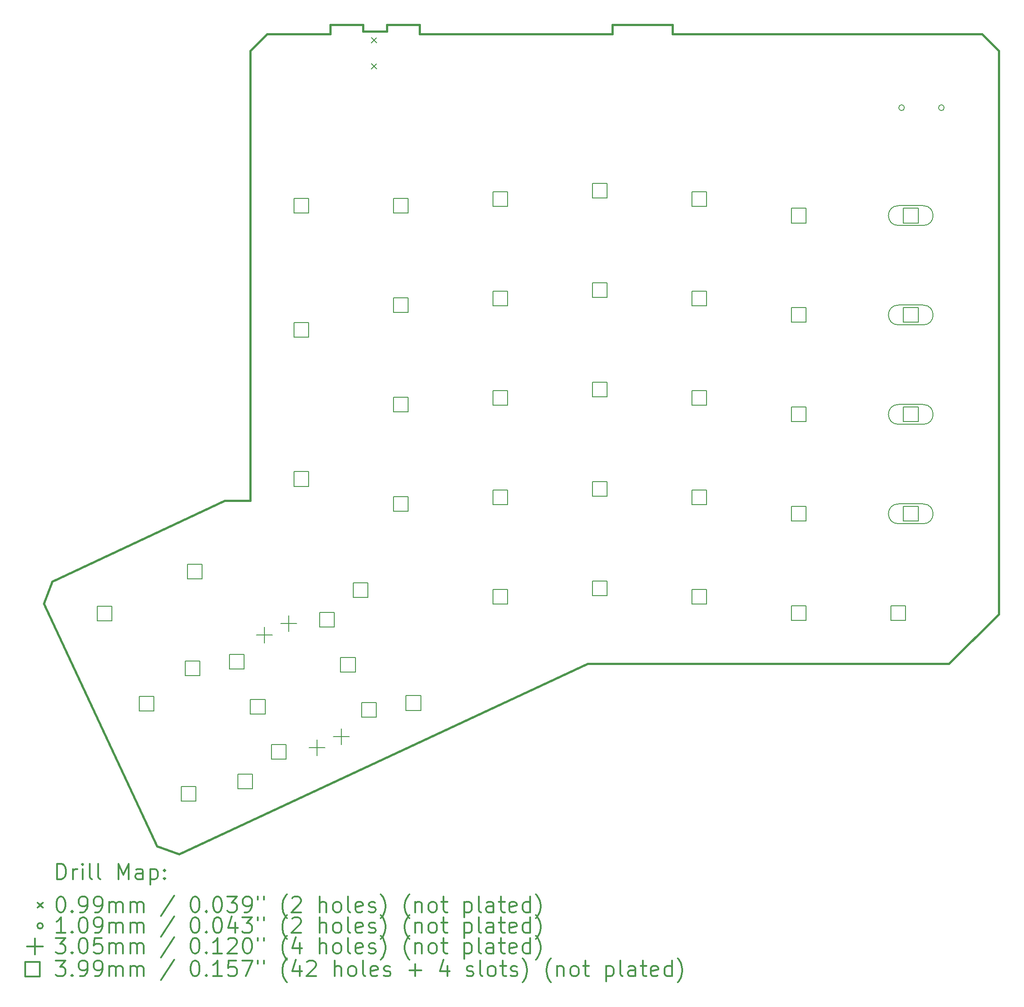
<source format=gbr>
%FSLAX45Y45*%
G04 Gerber Fmt 4.5, Leading zero omitted, Abs format (unit mm)*
G04 Created by KiCad (PCBNEW 4.0.6) date 04/09/17 10:00:21*
%MOMM*%
%LPD*%
G01*
G04 APERTURE LIST*
%ADD10C,0.127000*%
%ADD11C,0.381000*%
%ADD12C,0.200000*%
%ADD13C,0.300000*%
G04 APERTURE END LIST*
D10*
D11*
X12715240Y-15290800D02*
X19639280Y-15290800D01*
X19639280Y-15290800D02*
X20591780Y-14338300D01*
X20591780Y-14338300D02*
X20591780Y-3543300D01*
X20591780Y-3543300D02*
X20274280Y-3225800D01*
X20274280Y-3225800D02*
X14340840Y-3225800D01*
X14340840Y-3225800D02*
X14340840Y-3048000D01*
X14340840Y-3048000D02*
X13190220Y-3048000D01*
X13190220Y-3048000D02*
X13190220Y-3225800D01*
X13190220Y-3225800D02*
X9504680Y-3225800D01*
X9504680Y-3225800D02*
X9504680Y-3048000D01*
X9504680Y-3048000D02*
X8870950Y-3048000D01*
X8870950Y-3048000D02*
X8870950Y-3175000D01*
X8870950Y-3175000D02*
X8421370Y-3175000D01*
X8421370Y-3175000D02*
X8421370Y-3048000D01*
X8421370Y-3048000D02*
X7787640Y-3048000D01*
X7787640Y-3048000D02*
X7787640Y-3225800D01*
X7787640Y-3225800D02*
X6581140Y-3225800D01*
X6581140Y-3225800D02*
X6261100Y-3543300D01*
X6261100Y-3543300D02*
X6261100Y-12166600D01*
X6261100Y-12166600D02*
X5770880Y-12166600D01*
X5770880Y-12166600D02*
X2461768Y-13709650D01*
X2461768Y-13709650D02*
X2308098Y-14131544D01*
X2308098Y-14131544D02*
X4476496Y-18781776D01*
X4476496Y-18781776D02*
X4898390Y-18935192D01*
X4898390Y-18935192D02*
X12715240Y-15290800D01*
D12*
X8581390Y-3288030D02*
X8680450Y-3387090D01*
X8680450Y-3288030D02*
X8581390Y-3387090D01*
X8581390Y-3788410D02*
X8680450Y-3887470D01*
X8680450Y-3788410D02*
X8581390Y-3887470D01*
X18785610Y-4633000D02*
G75*
G03X18785610Y-4633000I-54610J0D01*
G01*
X19547610Y-4633000D02*
G75*
G03X19547610Y-4633000I-54610J0D01*
G01*
X6532382Y-14582179D02*
X6532382Y-14886979D01*
X6379982Y-14734579D02*
X6684782Y-14734579D01*
X6992708Y-14367397D02*
X6992708Y-14672197D01*
X6840308Y-14519797D02*
X7145108Y-14519797D01*
X7541426Y-16746079D02*
X7541426Y-17050879D01*
X7389026Y-16898479D02*
X7693826Y-16898479D01*
X8001752Y-16531297D02*
X8001752Y-16836097D01*
X7849352Y-16683697D02*
X8154152Y-16683697D01*
X3610885Y-14467861D02*
X3610885Y-14185879D01*
X3328903Y-14185879D01*
X3328903Y-14467861D01*
X3610885Y-14467861D01*
X4415811Y-16194299D02*
X4415811Y-15912317D01*
X4133829Y-15912317D01*
X4133829Y-16194299D01*
X4415811Y-16194299D01*
X5220991Y-17920991D02*
X5220991Y-17639009D01*
X4939009Y-17639009D01*
X4939009Y-17920991D01*
X5220991Y-17920991D01*
X5292161Y-15519640D02*
X5292161Y-15237658D01*
X5010178Y-15237658D01*
X5010178Y-15519640D01*
X5292161Y-15519640D01*
X5337323Y-13662935D02*
X5337323Y-13380953D01*
X5055341Y-13380953D01*
X5055341Y-13662935D01*
X5337323Y-13662935D01*
X6142503Y-15389373D02*
X6142503Y-15107391D01*
X5860521Y-15107391D01*
X5860521Y-15389373D01*
X6142503Y-15389373D01*
X6301204Y-17683541D02*
X6301204Y-17401558D01*
X6019221Y-17401558D01*
X6019221Y-17683541D01*
X6301204Y-17683541D01*
X6544839Y-16252719D02*
X6544839Y-15970737D01*
X6262857Y-15970737D01*
X6262857Y-16252719D01*
X6544839Y-16252719D01*
X6947429Y-17115811D02*
X6947429Y-16833829D01*
X6665447Y-16833829D01*
X6665447Y-17115811D01*
X6947429Y-17115811D01*
X7379991Y-6651011D02*
X7379991Y-6369029D01*
X7098009Y-6369029D01*
X7098009Y-6651011D01*
X7379991Y-6651011D01*
X7379991Y-9032007D02*
X7379991Y-8750025D01*
X7098009Y-8750025D01*
X7098009Y-9032007D01*
X7379991Y-9032007D01*
X7379991Y-11889507D02*
X7379991Y-11607525D01*
X7098009Y-11607525D01*
X7098009Y-11889507D01*
X7379991Y-11889507D01*
X7868941Y-14584193D02*
X7868941Y-14302211D01*
X7586959Y-14302211D01*
X7586959Y-14584193D01*
X7868941Y-14584193D01*
X8271277Y-15447539D02*
X8271277Y-15165557D01*
X7989295Y-15165557D01*
X7989295Y-15447539D01*
X8271277Y-15447539D01*
X8514913Y-14016718D02*
X8514913Y-13734735D01*
X8232930Y-13734735D01*
X8232930Y-14016718D01*
X8514913Y-14016718D01*
X8674121Y-16310885D02*
X8674121Y-16028903D01*
X8392139Y-16028903D01*
X8392139Y-16310885D01*
X8674121Y-16310885D01*
X9284991Y-6651011D02*
X9284991Y-6369029D01*
X9003009Y-6369029D01*
X9003009Y-6651011D01*
X9284991Y-6651011D01*
X9284991Y-8555757D02*
X9284991Y-8273775D01*
X9003009Y-8273775D01*
X9003009Y-8555757D01*
X9284991Y-8555757D01*
X9284991Y-10460757D02*
X9284991Y-10178775D01*
X9003009Y-10178775D01*
X9003009Y-10460757D01*
X9284991Y-10460757D01*
X9284991Y-12365757D02*
X9284991Y-12083775D01*
X9003009Y-12083775D01*
X9003009Y-12365757D01*
X9284991Y-12365757D01*
X9523956Y-16180618D02*
X9523956Y-15898635D01*
X9241973Y-15898635D01*
X9241973Y-16180618D01*
X9523956Y-16180618D01*
X11189991Y-6523757D02*
X11189991Y-6241775D01*
X10908009Y-6241775D01*
X10908009Y-6523757D01*
X11189991Y-6523757D01*
X11189991Y-8428757D02*
X11189991Y-8146775D01*
X10908009Y-8146775D01*
X10908009Y-8428757D01*
X11189991Y-8428757D01*
X11189991Y-10333757D02*
X11189991Y-10051775D01*
X10908009Y-10051775D01*
X10908009Y-10333757D01*
X11189991Y-10333757D01*
X11189991Y-12238757D02*
X11189991Y-11956775D01*
X10908009Y-11956775D01*
X10908009Y-12238757D01*
X11189991Y-12238757D01*
X11189991Y-14143757D02*
X11189991Y-13861775D01*
X10908009Y-13861775D01*
X10908009Y-14143757D01*
X11189991Y-14143757D01*
X13094991Y-6363991D02*
X13094991Y-6082009D01*
X12813009Y-6082009D01*
X12813009Y-6363991D01*
X13094991Y-6363991D01*
X13094991Y-8268991D02*
X13094991Y-7987009D01*
X12813009Y-7987009D01*
X12813009Y-8268991D01*
X13094991Y-8268991D01*
X13094991Y-10173991D02*
X13094991Y-9892009D01*
X12813009Y-9892009D01*
X12813009Y-10173991D01*
X13094991Y-10173991D01*
X13094991Y-12078991D02*
X13094991Y-11797009D01*
X12813009Y-11797009D01*
X12813009Y-12078991D01*
X13094991Y-12078991D01*
X13094991Y-13983991D02*
X13094991Y-13702009D01*
X12813009Y-13702009D01*
X12813009Y-13983991D01*
X13094991Y-13983991D01*
X14999991Y-6523757D02*
X14999991Y-6241775D01*
X14718009Y-6241775D01*
X14718009Y-6523757D01*
X14999991Y-6523757D01*
X14999991Y-8428757D02*
X14999991Y-8146775D01*
X14718009Y-8146775D01*
X14718009Y-8428757D01*
X14999991Y-8428757D01*
X14999991Y-10333757D02*
X14999991Y-10051775D01*
X14718009Y-10051775D01*
X14718009Y-10333757D01*
X14999991Y-10333757D01*
X14999991Y-12238757D02*
X14999991Y-11956775D01*
X14718009Y-11956775D01*
X14718009Y-12238757D01*
X14999991Y-12238757D01*
X14999991Y-14143757D02*
X14999991Y-13861775D01*
X14718009Y-13861775D01*
X14718009Y-14143757D01*
X14999991Y-14143757D01*
X16904991Y-6841511D02*
X16904991Y-6559529D01*
X16623009Y-6559529D01*
X16623009Y-6841511D01*
X16904991Y-6841511D01*
X16904991Y-8746257D02*
X16904991Y-8464275D01*
X16623009Y-8464275D01*
X16623009Y-8746257D01*
X16904991Y-8746257D01*
X16904991Y-10651257D02*
X16904991Y-10369275D01*
X16623009Y-10369275D01*
X16623009Y-10651257D01*
X16904991Y-10651257D01*
X16904991Y-12556257D02*
X16904991Y-12274275D01*
X16623009Y-12274275D01*
X16623009Y-12556257D01*
X16904991Y-12556257D01*
X16904991Y-14461257D02*
X16904991Y-14179275D01*
X16623009Y-14179275D01*
X16623009Y-14461257D01*
X16904991Y-14461257D01*
X18809991Y-14461257D02*
X18809991Y-14179275D01*
X18528009Y-14179275D01*
X18528009Y-14461257D01*
X18809991Y-14461257D01*
X19047989Y-6841511D02*
X19047989Y-6559529D01*
X18766007Y-6559529D01*
X18766007Y-6841511D01*
X19047989Y-6841511D01*
X18668873Y-6889910D02*
X19145123Y-6889910D01*
X18668873Y-6511130D02*
X19145123Y-6511130D01*
X19145123Y-6889910D02*
G75*
G03X19145123Y-6511130I0J189390D01*
G01*
X18668873Y-6511130D02*
G75*
G03X18668873Y-6889910I0J-189390D01*
G01*
X19047989Y-8746257D02*
X19047989Y-8464275D01*
X18766007Y-8464275D01*
X18766007Y-8746257D01*
X19047989Y-8746257D01*
X18668873Y-8794656D02*
X19145123Y-8794656D01*
X18668873Y-8415876D02*
X19145123Y-8415876D01*
X19145123Y-8794656D02*
G75*
G03X19145123Y-8415876I0J189390D01*
G01*
X18668873Y-8415876D02*
G75*
G03X18668873Y-8794656I0J-189390D01*
G01*
X19047989Y-10651257D02*
X19047989Y-10369275D01*
X18766007Y-10369275D01*
X18766007Y-10651257D01*
X19047989Y-10651257D01*
X18668873Y-10699656D02*
X19145123Y-10699656D01*
X18668873Y-10320876D02*
X19145123Y-10320876D01*
X19145123Y-10699656D02*
G75*
G03X19145123Y-10320876I0J189390D01*
G01*
X18668873Y-10320876D02*
G75*
G03X18668873Y-10699656I0J-189390D01*
G01*
X19047989Y-12556257D02*
X19047989Y-12274275D01*
X18766007Y-12274275D01*
X18766007Y-12556257D01*
X19047989Y-12556257D01*
X18668873Y-12604656D02*
X19145123Y-12604656D01*
X18668873Y-12225876D02*
X19145123Y-12225876D01*
X19145123Y-12604656D02*
G75*
G03X19145123Y-12225876I0J189390D01*
G01*
X18668873Y-12225876D02*
G75*
G03X18668873Y-12604656I0J-189390D01*
G01*
D13*
X2560477Y-19419956D02*
X2560477Y-19119956D01*
X2631905Y-19119956D01*
X2674762Y-19134242D01*
X2703334Y-19162814D01*
X2717619Y-19191385D01*
X2731905Y-19248528D01*
X2731905Y-19291385D01*
X2717619Y-19348528D01*
X2703334Y-19377099D01*
X2674762Y-19405671D01*
X2631905Y-19419956D01*
X2560477Y-19419956D01*
X2860476Y-19419956D02*
X2860476Y-19219956D01*
X2860476Y-19277099D02*
X2874762Y-19248528D01*
X2889048Y-19234242D01*
X2917619Y-19219956D01*
X2946191Y-19219956D01*
X3046191Y-19419956D02*
X3046191Y-19219956D01*
X3046191Y-19119956D02*
X3031905Y-19134242D01*
X3046191Y-19148528D01*
X3060476Y-19134242D01*
X3046191Y-19119956D01*
X3046191Y-19148528D01*
X3231905Y-19419956D02*
X3203334Y-19405671D01*
X3189048Y-19377099D01*
X3189048Y-19119956D01*
X3389048Y-19419956D02*
X3360476Y-19405671D01*
X3346191Y-19377099D01*
X3346191Y-19119956D01*
X3731905Y-19419956D02*
X3731905Y-19119956D01*
X3831905Y-19334242D01*
X3931905Y-19119956D01*
X3931905Y-19419956D01*
X4203334Y-19419956D02*
X4203334Y-19262814D01*
X4189048Y-19234242D01*
X4160476Y-19219956D01*
X4103334Y-19219956D01*
X4074762Y-19234242D01*
X4203334Y-19405671D02*
X4174762Y-19419956D01*
X4103334Y-19419956D01*
X4074762Y-19405671D01*
X4060476Y-19377099D01*
X4060476Y-19348528D01*
X4074762Y-19319956D01*
X4103334Y-19305671D01*
X4174762Y-19305671D01*
X4203334Y-19291385D01*
X4346191Y-19219956D02*
X4346191Y-19519956D01*
X4346191Y-19234242D02*
X4374762Y-19219956D01*
X4431905Y-19219956D01*
X4460477Y-19234242D01*
X4474762Y-19248528D01*
X4489048Y-19277099D01*
X4489048Y-19362814D01*
X4474762Y-19391385D01*
X4460477Y-19405671D01*
X4431905Y-19419956D01*
X4374762Y-19419956D01*
X4346191Y-19405671D01*
X4617619Y-19391385D02*
X4631905Y-19405671D01*
X4617619Y-19419956D01*
X4603334Y-19405671D01*
X4617619Y-19391385D01*
X4617619Y-19419956D01*
X4617619Y-19234242D02*
X4631905Y-19248528D01*
X4617619Y-19262814D01*
X4603334Y-19248528D01*
X4617619Y-19234242D01*
X4617619Y-19262814D01*
X2189988Y-19864712D02*
X2289048Y-19963772D01*
X2289048Y-19864712D02*
X2189988Y-19963772D01*
X2617619Y-19749956D02*
X2646191Y-19749956D01*
X2674762Y-19764242D01*
X2689048Y-19778528D01*
X2703334Y-19807099D01*
X2717619Y-19864242D01*
X2717619Y-19935671D01*
X2703334Y-19992814D01*
X2689048Y-20021385D01*
X2674762Y-20035671D01*
X2646191Y-20049956D01*
X2617619Y-20049956D01*
X2589048Y-20035671D01*
X2574762Y-20021385D01*
X2560477Y-19992814D01*
X2546191Y-19935671D01*
X2546191Y-19864242D01*
X2560477Y-19807099D01*
X2574762Y-19778528D01*
X2589048Y-19764242D01*
X2617619Y-19749956D01*
X2846191Y-20021385D02*
X2860476Y-20035671D01*
X2846191Y-20049956D01*
X2831905Y-20035671D01*
X2846191Y-20021385D01*
X2846191Y-20049956D01*
X3003334Y-20049956D02*
X3060476Y-20049956D01*
X3089048Y-20035671D01*
X3103334Y-20021385D01*
X3131905Y-19978528D01*
X3146191Y-19921385D01*
X3146191Y-19807099D01*
X3131905Y-19778528D01*
X3117619Y-19764242D01*
X3089048Y-19749956D01*
X3031905Y-19749956D01*
X3003334Y-19764242D01*
X2989048Y-19778528D01*
X2974762Y-19807099D01*
X2974762Y-19878528D01*
X2989048Y-19907099D01*
X3003334Y-19921385D01*
X3031905Y-19935671D01*
X3089048Y-19935671D01*
X3117619Y-19921385D01*
X3131905Y-19907099D01*
X3146191Y-19878528D01*
X3289048Y-20049956D02*
X3346191Y-20049956D01*
X3374762Y-20035671D01*
X3389048Y-20021385D01*
X3417619Y-19978528D01*
X3431905Y-19921385D01*
X3431905Y-19807099D01*
X3417619Y-19778528D01*
X3403334Y-19764242D01*
X3374762Y-19749956D01*
X3317619Y-19749956D01*
X3289048Y-19764242D01*
X3274762Y-19778528D01*
X3260476Y-19807099D01*
X3260476Y-19878528D01*
X3274762Y-19907099D01*
X3289048Y-19921385D01*
X3317619Y-19935671D01*
X3374762Y-19935671D01*
X3403334Y-19921385D01*
X3417619Y-19907099D01*
X3431905Y-19878528D01*
X3560476Y-20049956D02*
X3560476Y-19849956D01*
X3560476Y-19878528D02*
X3574762Y-19864242D01*
X3603334Y-19849956D01*
X3646191Y-19849956D01*
X3674762Y-19864242D01*
X3689048Y-19892814D01*
X3689048Y-20049956D01*
X3689048Y-19892814D02*
X3703334Y-19864242D01*
X3731905Y-19849956D01*
X3774762Y-19849956D01*
X3803334Y-19864242D01*
X3817619Y-19892814D01*
X3817619Y-20049956D01*
X3960476Y-20049956D02*
X3960476Y-19849956D01*
X3960476Y-19878528D02*
X3974762Y-19864242D01*
X4003334Y-19849956D01*
X4046191Y-19849956D01*
X4074762Y-19864242D01*
X4089048Y-19892814D01*
X4089048Y-20049956D01*
X4089048Y-19892814D02*
X4103334Y-19864242D01*
X4131905Y-19849956D01*
X4174762Y-19849956D01*
X4203334Y-19864242D01*
X4217619Y-19892814D01*
X4217619Y-20049956D01*
X4803334Y-19735671D02*
X4546191Y-20121385D01*
X5189048Y-19749956D02*
X5217619Y-19749956D01*
X5246191Y-19764242D01*
X5260476Y-19778528D01*
X5274762Y-19807099D01*
X5289048Y-19864242D01*
X5289048Y-19935671D01*
X5274762Y-19992814D01*
X5260476Y-20021385D01*
X5246191Y-20035671D01*
X5217619Y-20049956D01*
X5189048Y-20049956D01*
X5160476Y-20035671D01*
X5146191Y-20021385D01*
X5131905Y-19992814D01*
X5117619Y-19935671D01*
X5117619Y-19864242D01*
X5131905Y-19807099D01*
X5146191Y-19778528D01*
X5160476Y-19764242D01*
X5189048Y-19749956D01*
X5417619Y-20021385D02*
X5431905Y-20035671D01*
X5417619Y-20049956D01*
X5403334Y-20035671D01*
X5417619Y-20021385D01*
X5417619Y-20049956D01*
X5617619Y-19749956D02*
X5646191Y-19749956D01*
X5674762Y-19764242D01*
X5689048Y-19778528D01*
X5703333Y-19807099D01*
X5717619Y-19864242D01*
X5717619Y-19935671D01*
X5703333Y-19992814D01*
X5689048Y-20021385D01*
X5674762Y-20035671D01*
X5646191Y-20049956D01*
X5617619Y-20049956D01*
X5589048Y-20035671D01*
X5574762Y-20021385D01*
X5560476Y-19992814D01*
X5546191Y-19935671D01*
X5546191Y-19864242D01*
X5560476Y-19807099D01*
X5574762Y-19778528D01*
X5589048Y-19764242D01*
X5617619Y-19749956D01*
X5817619Y-19749956D02*
X6003333Y-19749956D01*
X5903333Y-19864242D01*
X5946191Y-19864242D01*
X5974762Y-19878528D01*
X5989048Y-19892814D01*
X6003333Y-19921385D01*
X6003333Y-19992814D01*
X5989048Y-20021385D01*
X5974762Y-20035671D01*
X5946191Y-20049956D01*
X5860476Y-20049956D01*
X5831905Y-20035671D01*
X5817619Y-20021385D01*
X6146191Y-20049956D02*
X6203333Y-20049956D01*
X6231905Y-20035671D01*
X6246191Y-20021385D01*
X6274762Y-19978528D01*
X6289048Y-19921385D01*
X6289048Y-19807099D01*
X6274762Y-19778528D01*
X6260476Y-19764242D01*
X6231905Y-19749956D01*
X6174762Y-19749956D01*
X6146191Y-19764242D01*
X6131905Y-19778528D01*
X6117619Y-19807099D01*
X6117619Y-19878528D01*
X6131905Y-19907099D01*
X6146191Y-19921385D01*
X6174762Y-19935671D01*
X6231905Y-19935671D01*
X6260476Y-19921385D01*
X6274762Y-19907099D01*
X6289048Y-19878528D01*
X6403334Y-19749956D02*
X6403334Y-19807099D01*
X6517619Y-19749956D02*
X6517619Y-19807099D01*
X6960476Y-20164242D02*
X6946191Y-20149956D01*
X6917619Y-20107099D01*
X6903333Y-20078528D01*
X6889048Y-20035671D01*
X6874762Y-19964242D01*
X6874762Y-19907099D01*
X6889048Y-19835671D01*
X6903333Y-19792814D01*
X6917619Y-19764242D01*
X6946191Y-19721385D01*
X6960476Y-19707099D01*
X7060476Y-19778528D02*
X7074762Y-19764242D01*
X7103333Y-19749956D01*
X7174762Y-19749956D01*
X7203333Y-19764242D01*
X7217619Y-19778528D01*
X7231905Y-19807099D01*
X7231905Y-19835671D01*
X7217619Y-19878528D01*
X7046191Y-20049956D01*
X7231905Y-20049956D01*
X7589048Y-20049956D02*
X7589048Y-19749956D01*
X7717619Y-20049956D02*
X7717619Y-19892814D01*
X7703333Y-19864242D01*
X7674762Y-19849956D01*
X7631905Y-19849956D01*
X7603333Y-19864242D01*
X7589048Y-19878528D01*
X7903333Y-20049956D02*
X7874762Y-20035671D01*
X7860476Y-20021385D01*
X7846191Y-19992814D01*
X7846191Y-19907099D01*
X7860476Y-19878528D01*
X7874762Y-19864242D01*
X7903333Y-19849956D01*
X7946191Y-19849956D01*
X7974762Y-19864242D01*
X7989048Y-19878528D01*
X8003333Y-19907099D01*
X8003333Y-19992814D01*
X7989048Y-20021385D01*
X7974762Y-20035671D01*
X7946191Y-20049956D01*
X7903333Y-20049956D01*
X8174762Y-20049956D02*
X8146191Y-20035671D01*
X8131905Y-20007099D01*
X8131905Y-19749956D01*
X8403334Y-20035671D02*
X8374762Y-20049956D01*
X8317619Y-20049956D01*
X8289048Y-20035671D01*
X8274762Y-20007099D01*
X8274762Y-19892814D01*
X8289048Y-19864242D01*
X8317619Y-19849956D01*
X8374762Y-19849956D01*
X8403334Y-19864242D01*
X8417619Y-19892814D01*
X8417619Y-19921385D01*
X8274762Y-19949956D01*
X8531905Y-20035671D02*
X8560477Y-20049956D01*
X8617619Y-20049956D01*
X8646191Y-20035671D01*
X8660477Y-20007099D01*
X8660477Y-19992814D01*
X8646191Y-19964242D01*
X8617619Y-19949956D01*
X8574762Y-19949956D01*
X8546191Y-19935671D01*
X8531905Y-19907099D01*
X8531905Y-19892814D01*
X8546191Y-19864242D01*
X8574762Y-19849956D01*
X8617619Y-19849956D01*
X8646191Y-19864242D01*
X8760476Y-20164242D02*
X8774762Y-20149956D01*
X8803334Y-20107099D01*
X8817619Y-20078528D01*
X8831905Y-20035671D01*
X8846191Y-19964242D01*
X8846191Y-19907099D01*
X8831905Y-19835671D01*
X8817619Y-19792814D01*
X8803334Y-19764242D01*
X8774762Y-19721385D01*
X8760476Y-19707099D01*
X9303334Y-20164242D02*
X9289048Y-20149956D01*
X9260476Y-20107099D01*
X9246191Y-20078528D01*
X9231905Y-20035671D01*
X9217619Y-19964242D01*
X9217619Y-19907099D01*
X9231905Y-19835671D01*
X9246191Y-19792814D01*
X9260476Y-19764242D01*
X9289048Y-19721385D01*
X9303334Y-19707099D01*
X9417619Y-19849956D02*
X9417619Y-20049956D01*
X9417619Y-19878528D02*
X9431905Y-19864242D01*
X9460476Y-19849956D01*
X9503334Y-19849956D01*
X9531905Y-19864242D01*
X9546191Y-19892814D01*
X9546191Y-20049956D01*
X9731905Y-20049956D02*
X9703334Y-20035671D01*
X9689048Y-20021385D01*
X9674762Y-19992814D01*
X9674762Y-19907099D01*
X9689048Y-19878528D01*
X9703334Y-19864242D01*
X9731905Y-19849956D01*
X9774762Y-19849956D01*
X9803334Y-19864242D01*
X9817619Y-19878528D01*
X9831905Y-19907099D01*
X9831905Y-19992814D01*
X9817619Y-20021385D01*
X9803334Y-20035671D01*
X9774762Y-20049956D01*
X9731905Y-20049956D01*
X9917619Y-19849956D02*
X10031905Y-19849956D01*
X9960477Y-19749956D02*
X9960477Y-20007099D01*
X9974762Y-20035671D01*
X10003334Y-20049956D01*
X10031905Y-20049956D01*
X10360477Y-19849956D02*
X10360477Y-20149956D01*
X10360477Y-19864242D02*
X10389048Y-19849956D01*
X10446191Y-19849956D01*
X10474762Y-19864242D01*
X10489048Y-19878528D01*
X10503334Y-19907099D01*
X10503334Y-19992814D01*
X10489048Y-20021385D01*
X10474762Y-20035671D01*
X10446191Y-20049956D01*
X10389048Y-20049956D01*
X10360477Y-20035671D01*
X10674762Y-20049956D02*
X10646191Y-20035671D01*
X10631905Y-20007099D01*
X10631905Y-19749956D01*
X10917619Y-20049956D02*
X10917619Y-19892814D01*
X10903334Y-19864242D01*
X10874762Y-19849956D01*
X10817619Y-19849956D01*
X10789048Y-19864242D01*
X10917619Y-20035671D02*
X10889048Y-20049956D01*
X10817619Y-20049956D01*
X10789048Y-20035671D01*
X10774762Y-20007099D01*
X10774762Y-19978528D01*
X10789048Y-19949956D01*
X10817619Y-19935671D01*
X10889048Y-19935671D01*
X10917619Y-19921385D01*
X11017619Y-19849956D02*
X11131905Y-19849956D01*
X11060477Y-19749956D02*
X11060477Y-20007099D01*
X11074762Y-20035671D01*
X11103334Y-20049956D01*
X11131905Y-20049956D01*
X11346191Y-20035671D02*
X11317619Y-20049956D01*
X11260477Y-20049956D01*
X11231905Y-20035671D01*
X11217619Y-20007099D01*
X11217619Y-19892814D01*
X11231905Y-19864242D01*
X11260477Y-19849956D01*
X11317619Y-19849956D01*
X11346191Y-19864242D01*
X11360477Y-19892814D01*
X11360477Y-19921385D01*
X11217619Y-19949956D01*
X11617619Y-20049956D02*
X11617619Y-19749956D01*
X11617619Y-20035671D02*
X11589048Y-20049956D01*
X11531905Y-20049956D01*
X11503334Y-20035671D01*
X11489048Y-20021385D01*
X11474762Y-19992814D01*
X11474762Y-19907099D01*
X11489048Y-19878528D01*
X11503334Y-19864242D01*
X11531905Y-19849956D01*
X11589048Y-19849956D01*
X11617619Y-19864242D01*
X11731905Y-20164242D02*
X11746191Y-20149956D01*
X11774762Y-20107099D01*
X11789048Y-20078528D01*
X11803334Y-20035671D01*
X11817619Y-19964242D01*
X11817619Y-19907099D01*
X11803334Y-19835671D01*
X11789048Y-19792814D01*
X11774762Y-19764242D01*
X11746191Y-19721385D01*
X11731905Y-19707099D01*
X2289048Y-20310242D02*
G75*
G03X2289048Y-20310242I-54610J0D01*
G01*
X2717619Y-20445956D02*
X2546191Y-20445956D01*
X2631905Y-20445956D02*
X2631905Y-20145956D01*
X2603334Y-20188814D01*
X2574762Y-20217385D01*
X2546191Y-20231671D01*
X2846191Y-20417385D02*
X2860476Y-20431671D01*
X2846191Y-20445956D01*
X2831905Y-20431671D01*
X2846191Y-20417385D01*
X2846191Y-20445956D01*
X3046191Y-20145956D02*
X3074762Y-20145956D01*
X3103334Y-20160242D01*
X3117619Y-20174528D01*
X3131905Y-20203099D01*
X3146191Y-20260242D01*
X3146191Y-20331671D01*
X3131905Y-20388814D01*
X3117619Y-20417385D01*
X3103334Y-20431671D01*
X3074762Y-20445956D01*
X3046191Y-20445956D01*
X3017619Y-20431671D01*
X3003334Y-20417385D01*
X2989048Y-20388814D01*
X2974762Y-20331671D01*
X2974762Y-20260242D01*
X2989048Y-20203099D01*
X3003334Y-20174528D01*
X3017619Y-20160242D01*
X3046191Y-20145956D01*
X3289048Y-20445956D02*
X3346191Y-20445956D01*
X3374762Y-20431671D01*
X3389048Y-20417385D01*
X3417619Y-20374528D01*
X3431905Y-20317385D01*
X3431905Y-20203099D01*
X3417619Y-20174528D01*
X3403334Y-20160242D01*
X3374762Y-20145956D01*
X3317619Y-20145956D01*
X3289048Y-20160242D01*
X3274762Y-20174528D01*
X3260476Y-20203099D01*
X3260476Y-20274528D01*
X3274762Y-20303099D01*
X3289048Y-20317385D01*
X3317619Y-20331671D01*
X3374762Y-20331671D01*
X3403334Y-20317385D01*
X3417619Y-20303099D01*
X3431905Y-20274528D01*
X3560476Y-20445956D02*
X3560476Y-20245956D01*
X3560476Y-20274528D02*
X3574762Y-20260242D01*
X3603334Y-20245956D01*
X3646191Y-20245956D01*
X3674762Y-20260242D01*
X3689048Y-20288814D01*
X3689048Y-20445956D01*
X3689048Y-20288814D02*
X3703334Y-20260242D01*
X3731905Y-20245956D01*
X3774762Y-20245956D01*
X3803334Y-20260242D01*
X3817619Y-20288814D01*
X3817619Y-20445956D01*
X3960476Y-20445956D02*
X3960476Y-20245956D01*
X3960476Y-20274528D02*
X3974762Y-20260242D01*
X4003334Y-20245956D01*
X4046191Y-20245956D01*
X4074762Y-20260242D01*
X4089048Y-20288814D01*
X4089048Y-20445956D01*
X4089048Y-20288814D02*
X4103334Y-20260242D01*
X4131905Y-20245956D01*
X4174762Y-20245956D01*
X4203334Y-20260242D01*
X4217619Y-20288814D01*
X4217619Y-20445956D01*
X4803334Y-20131671D02*
X4546191Y-20517385D01*
X5189048Y-20145956D02*
X5217619Y-20145956D01*
X5246191Y-20160242D01*
X5260476Y-20174528D01*
X5274762Y-20203099D01*
X5289048Y-20260242D01*
X5289048Y-20331671D01*
X5274762Y-20388814D01*
X5260476Y-20417385D01*
X5246191Y-20431671D01*
X5217619Y-20445956D01*
X5189048Y-20445956D01*
X5160476Y-20431671D01*
X5146191Y-20417385D01*
X5131905Y-20388814D01*
X5117619Y-20331671D01*
X5117619Y-20260242D01*
X5131905Y-20203099D01*
X5146191Y-20174528D01*
X5160476Y-20160242D01*
X5189048Y-20145956D01*
X5417619Y-20417385D02*
X5431905Y-20431671D01*
X5417619Y-20445956D01*
X5403334Y-20431671D01*
X5417619Y-20417385D01*
X5417619Y-20445956D01*
X5617619Y-20145956D02*
X5646191Y-20145956D01*
X5674762Y-20160242D01*
X5689048Y-20174528D01*
X5703333Y-20203099D01*
X5717619Y-20260242D01*
X5717619Y-20331671D01*
X5703333Y-20388814D01*
X5689048Y-20417385D01*
X5674762Y-20431671D01*
X5646191Y-20445956D01*
X5617619Y-20445956D01*
X5589048Y-20431671D01*
X5574762Y-20417385D01*
X5560476Y-20388814D01*
X5546191Y-20331671D01*
X5546191Y-20260242D01*
X5560476Y-20203099D01*
X5574762Y-20174528D01*
X5589048Y-20160242D01*
X5617619Y-20145956D01*
X5974762Y-20245956D02*
X5974762Y-20445956D01*
X5903333Y-20131671D02*
X5831905Y-20345956D01*
X6017619Y-20345956D01*
X6103333Y-20145956D02*
X6289048Y-20145956D01*
X6189048Y-20260242D01*
X6231905Y-20260242D01*
X6260476Y-20274528D01*
X6274762Y-20288814D01*
X6289048Y-20317385D01*
X6289048Y-20388814D01*
X6274762Y-20417385D01*
X6260476Y-20431671D01*
X6231905Y-20445956D01*
X6146191Y-20445956D01*
X6117619Y-20431671D01*
X6103333Y-20417385D01*
X6403334Y-20145956D02*
X6403334Y-20203099D01*
X6517619Y-20145956D02*
X6517619Y-20203099D01*
X6960476Y-20560242D02*
X6946191Y-20545956D01*
X6917619Y-20503099D01*
X6903333Y-20474528D01*
X6889048Y-20431671D01*
X6874762Y-20360242D01*
X6874762Y-20303099D01*
X6889048Y-20231671D01*
X6903333Y-20188814D01*
X6917619Y-20160242D01*
X6946191Y-20117385D01*
X6960476Y-20103099D01*
X7060476Y-20174528D02*
X7074762Y-20160242D01*
X7103333Y-20145956D01*
X7174762Y-20145956D01*
X7203333Y-20160242D01*
X7217619Y-20174528D01*
X7231905Y-20203099D01*
X7231905Y-20231671D01*
X7217619Y-20274528D01*
X7046191Y-20445956D01*
X7231905Y-20445956D01*
X7589048Y-20445956D02*
X7589048Y-20145956D01*
X7717619Y-20445956D02*
X7717619Y-20288814D01*
X7703333Y-20260242D01*
X7674762Y-20245956D01*
X7631905Y-20245956D01*
X7603333Y-20260242D01*
X7589048Y-20274528D01*
X7903333Y-20445956D02*
X7874762Y-20431671D01*
X7860476Y-20417385D01*
X7846191Y-20388814D01*
X7846191Y-20303099D01*
X7860476Y-20274528D01*
X7874762Y-20260242D01*
X7903333Y-20245956D01*
X7946191Y-20245956D01*
X7974762Y-20260242D01*
X7989048Y-20274528D01*
X8003333Y-20303099D01*
X8003333Y-20388814D01*
X7989048Y-20417385D01*
X7974762Y-20431671D01*
X7946191Y-20445956D01*
X7903333Y-20445956D01*
X8174762Y-20445956D02*
X8146191Y-20431671D01*
X8131905Y-20403099D01*
X8131905Y-20145956D01*
X8403334Y-20431671D02*
X8374762Y-20445956D01*
X8317619Y-20445956D01*
X8289048Y-20431671D01*
X8274762Y-20403099D01*
X8274762Y-20288814D01*
X8289048Y-20260242D01*
X8317619Y-20245956D01*
X8374762Y-20245956D01*
X8403334Y-20260242D01*
X8417619Y-20288814D01*
X8417619Y-20317385D01*
X8274762Y-20345956D01*
X8531905Y-20431671D02*
X8560477Y-20445956D01*
X8617619Y-20445956D01*
X8646191Y-20431671D01*
X8660477Y-20403099D01*
X8660477Y-20388814D01*
X8646191Y-20360242D01*
X8617619Y-20345956D01*
X8574762Y-20345956D01*
X8546191Y-20331671D01*
X8531905Y-20303099D01*
X8531905Y-20288814D01*
X8546191Y-20260242D01*
X8574762Y-20245956D01*
X8617619Y-20245956D01*
X8646191Y-20260242D01*
X8760476Y-20560242D02*
X8774762Y-20545956D01*
X8803334Y-20503099D01*
X8817619Y-20474528D01*
X8831905Y-20431671D01*
X8846191Y-20360242D01*
X8846191Y-20303099D01*
X8831905Y-20231671D01*
X8817619Y-20188814D01*
X8803334Y-20160242D01*
X8774762Y-20117385D01*
X8760476Y-20103099D01*
X9303334Y-20560242D02*
X9289048Y-20545956D01*
X9260476Y-20503099D01*
X9246191Y-20474528D01*
X9231905Y-20431671D01*
X9217619Y-20360242D01*
X9217619Y-20303099D01*
X9231905Y-20231671D01*
X9246191Y-20188814D01*
X9260476Y-20160242D01*
X9289048Y-20117385D01*
X9303334Y-20103099D01*
X9417619Y-20245956D02*
X9417619Y-20445956D01*
X9417619Y-20274528D02*
X9431905Y-20260242D01*
X9460476Y-20245956D01*
X9503334Y-20245956D01*
X9531905Y-20260242D01*
X9546191Y-20288814D01*
X9546191Y-20445956D01*
X9731905Y-20445956D02*
X9703334Y-20431671D01*
X9689048Y-20417385D01*
X9674762Y-20388814D01*
X9674762Y-20303099D01*
X9689048Y-20274528D01*
X9703334Y-20260242D01*
X9731905Y-20245956D01*
X9774762Y-20245956D01*
X9803334Y-20260242D01*
X9817619Y-20274528D01*
X9831905Y-20303099D01*
X9831905Y-20388814D01*
X9817619Y-20417385D01*
X9803334Y-20431671D01*
X9774762Y-20445956D01*
X9731905Y-20445956D01*
X9917619Y-20245956D02*
X10031905Y-20245956D01*
X9960477Y-20145956D02*
X9960477Y-20403099D01*
X9974762Y-20431671D01*
X10003334Y-20445956D01*
X10031905Y-20445956D01*
X10360477Y-20245956D02*
X10360477Y-20545956D01*
X10360477Y-20260242D02*
X10389048Y-20245956D01*
X10446191Y-20245956D01*
X10474762Y-20260242D01*
X10489048Y-20274528D01*
X10503334Y-20303099D01*
X10503334Y-20388814D01*
X10489048Y-20417385D01*
X10474762Y-20431671D01*
X10446191Y-20445956D01*
X10389048Y-20445956D01*
X10360477Y-20431671D01*
X10674762Y-20445956D02*
X10646191Y-20431671D01*
X10631905Y-20403099D01*
X10631905Y-20145956D01*
X10917619Y-20445956D02*
X10917619Y-20288814D01*
X10903334Y-20260242D01*
X10874762Y-20245956D01*
X10817619Y-20245956D01*
X10789048Y-20260242D01*
X10917619Y-20431671D02*
X10889048Y-20445956D01*
X10817619Y-20445956D01*
X10789048Y-20431671D01*
X10774762Y-20403099D01*
X10774762Y-20374528D01*
X10789048Y-20345956D01*
X10817619Y-20331671D01*
X10889048Y-20331671D01*
X10917619Y-20317385D01*
X11017619Y-20245956D02*
X11131905Y-20245956D01*
X11060477Y-20145956D02*
X11060477Y-20403099D01*
X11074762Y-20431671D01*
X11103334Y-20445956D01*
X11131905Y-20445956D01*
X11346191Y-20431671D02*
X11317619Y-20445956D01*
X11260477Y-20445956D01*
X11231905Y-20431671D01*
X11217619Y-20403099D01*
X11217619Y-20288814D01*
X11231905Y-20260242D01*
X11260477Y-20245956D01*
X11317619Y-20245956D01*
X11346191Y-20260242D01*
X11360477Y-20288814D01*
X11360477Y-20317385D01*
X11217619Y-20345956D01*
X11617619Y-20445956D02*
X11617619Y-20145956D01*
X11617619Y-20431671D02*
X11589048Y-20445956D01*
X11531905Y-20445956D01*
X11503334Y-20431671D01*
X11489048Y-20417385D01*
X11474762Y-20388814D01*
X11474762Y-20303099D01*
X11489048Y-20274528D01*
X11503334Y-20260242D01*
X11531905Y-20245956D01*
X11589048Y-20245956D01*
X11617619Y-20260242D01*
X11731905Y-20560242D02*
X11746191Y-20545956D01*
X11774762Y-20503099D01*
X11789048Y-20474528D01*
X11803334Y-20431671D01*
X11817619Y-20360242D01*
X11817619Y-20303099D01*
X11803334Y-20231671D01*
X11789048Y-20188814D01*
X11774762Y-20160242D01*
X11746191Y-20117385D01*
X11731905Y-20103099D01*
X2136648Y-20553842D02*
X2136648Y-20858642D01*
X1984248Y-20706242D02*
X2289048Y-20706242D01*
X2531905Y-20541956D02*
X2717619Y-20541956D01*
X2617619Y-20656242D01*
X2660477Y-20656242D01*
X2689048Y-20670528D01*
X2703334Y-20684814D01*
X2717619Y-20713385D01*
X2717619Y-20784814D01*
X2703334Y-20813385D01*
X2689048Y-20827671D01*
X2660477Y-20841956D01*
X2574762Y-20841956D01*
X2546191Y-20827671D01*
X2531905Y-20813385D01*
X2846191Y-20813385D02*
X2860476Y-20827671D01*
X2846191Y-20841956D01*
X2831905Y-20827671D01*
X2846191Y-20813385D01*
X2846191Y-20841956D01*
X3046191Y-20541956D02*
X3074762Y-20541956D01*
X3103334Y-20556242D01*
X3117619Y-20570528D01*
X3131905Y-20599099D01*
X3146191Y-20656242D01*
X3146191Y-20727671D01*
X3131905Y-20784814D01*
X3117619Y-20813385D01*
X3103334Y-20827671D01*
X3074762Y-20841956D01*
X3046191Y-20841956D01*
X3017619Y-20827671D01*
X3003334Y-20813385D01*
X2989048Y-20784814D01*
X2974762Y-20727671D01*
X2974762Y-20656242D01*
X2989048Y-20599099D01*
X3003334Y-20570528D01*
X3017619Y-20556242D01*
X3046191Y-20541956D01*
X3417619Y-20541956D02*
X3274762Y-20541956D01*
X3260476Y-20684814D01*
X3274762Y-20670528D01*
X3303334Y-20656242D01*
X3374762Y-20656242D01*
X3403334Y-20670528D01*
X3417619Y-20684814D01*
X3431905Y-20713385D01*
X3431905Y-20784814D01*
X3417619Y-20813385D01*
X3403334Y-20827671D01*
X3374762Y-20841956D01*
X3303334Y-20841956D01*
X3274762Y-20827671D01*
X3260476Y-20813385D01*
X3560476Y-20841956D02*
X3560476Y-20641956D01*
X3560476Y-20670528D02*
X3574762Y-20656242D01*
X3603334Y-20641956D01*
X3646191Y-20641956D01*
X3674762Y-20656242D01*
X3689048Y-20684814D01*
X3689048Y-20841956D01*
X3689048Y-20684814D02*
X3703334Y-20656242D01*
X3731905Y-20641956D01*
X3774762Y-20641956D01*
X3803334Y-20656242D01*
X3817619Y-20684814D01*
X3817619Y-20841956D01*
X3960476Y-20841956D02*
X3960476Y-20641956D01*
X3960476Y-20670528D02*
X3974762Y-20656242D01*
X4003334Y-20641956D01*
X4046191Y-20641956D01*
X4074762Y-20656242D01*
X4089048Y-20684814D01*
X4089048Y-20841956D01*
X4089048Y-20684814D02*
X4103334Y-20656242D01*
X4131905Y-20641956D01*
X4174762Y-20641956D01*
X4203334Y-20656242D01*
X4217619Y-20684814D01*
X4217619Y-20841956D01*
X4803334Y-20527671D02*
X4546191Y-20913385D01*
X5189048Y-20541956D02*
X5217619Y-20541956D01*
X5246191Y-20556242D01*
X5260476Y-20570528D01*
X5274762Y-20599099D01*
X5289048Y-20656242D01*
X5289048Y-20727671D01*
X5274762Y-20784814D01*
X5260476Y-20813385D01*
X5246191Y-20827671D01*
X5217619Y-20841956D01*
X5189048Y-20841956D01*
X5160476Y-20827671D01*
X5146191Y-20813385D01*
X5131905Y-20784814D01*
X5117619Y-20727671D01*
X5117619Y-20656242D01*
X5131905Y-20599099D01*
X5146191Y-20570528D01*
X5160476Y-20556242D01*
X5189048Y-20541956D01*
X5417619Y-20813385D02*
X5431905Y-20827671D01*
X5417619Y-20841956D01*
X5403334Y-20827671D01*
X5417619Y-20813385D01*
X5417619Y-20841956D01*
X5717619Y-20841956D02*
X5546191Y-20841956D01*
X5631905Y-20841956D02*
X5631905Y-20541956D01*
X5603333Y-20584814D01*
X5574762Y-20613385D01*
X5546191Y-20627671D01*
X5831905Y-20570528D02*
X5846191Y-20556242D01*
X5874762Y-20541956D01*
X5946191Y-20541956D01*
X5974762Y-20556242D01*
X5989048Y-20570528D01*
X6003333Y-20599099D01*
X6003333Y-20627671D01*
X5989048Y-20670528D01*
X5817619Y-20841956D01*
X6003333Y-20841956D01*
X6189048Y-20541956D02*
X6217619Y-20541956D01*
X6246191Y-20556242D01*
X6260476Y-20570528D01*
X6274762Y-20599099D01*
X6289048Y-20656242D01*
X6289048Y-20727671D01*
X6274762Y-20784814D01*
X6260476Y-20813385D01*
X6246191Y-20827671D01*
X6217619Y-20841956D01*
X6189048Y-20841956D01*
X6160476Y-20827671D01*
X6146191Y-20813385D01*
X6131905Y-20784814D01*
X6117619Y-20727671D01*
X6117619Y-20656242D01*
X6131905Y-20599099D01*
X6146191Y-20570528D01*
X6160476Y-20556242D01*
X6189048Y-20541956D01*
X6403334Y-20541956D02*
X6403334Y-20599099D01*
X6517619Y-20541956D02*
X6517619Y-20599099D01*
X6960476Y-20956242D02*
X6946191Y-20941956D01*
X6917619Y-20899099D01*
X6903333Y-20870528D01*
X6889048Y-20827671D01*
X6874762Y-20756242D01*
X6874762Y-20699099D01*
X6889048Y-20627671D01*
X6903333Y-20584814D01*
X6917619Y-20556242D01*
X6946191Y-20513385D01*
X6960476Y-20499099D01*
X7203333Y-20641956D02*
X7203333Y-20841956D01*
X7131905Y-20527671D02*
X7060476Y-20741956D01*
X7246191Y-20741956D01*
X7589048Y-20841956D02*
X7589048Y-20541956D01*
X7717619Y-20841956D02*
X7717619Y-20684814D01*
X7703333Y-20656242D01*
X7674762Y-20641956D01*
X7631905Y-20641956D01*
X7603333Y-20656242D01*
X7589048Y-20670528D01*
X7903333Y-20841956D02*
X7874762Y-20827671D01*
X7860476Y-20813385D01*
X7846191Y-20784814D01*
X7846191Y-20699099D01*
X7860476Y-20670528D01*
X7874762Y-20656242D01*
X7903333Y-20641956D01*
X7946191Y-20641956D01*
X7974762Y-20656242D01*
X7989048Y-20670528D01*
X8003333Y-20699099D01*
X8003333Y-20784814D01*
X7989048Y-20813385D01*
X7974762Y-20827671D01*
X7946191Y-20841956D01*
X7903333Y-20841956D01*
X8174762Y-20841956D02*
X8146191Y-20827671D01*
X8131905Y-20799099D01*
X8131905Y-20541956D01*
X8403334Y-20827671D02*
X8374762Y-20841956D01*
X8317619Y-20841956D01*
X8289048Y-20827671D01*
X8274762Y-20799099D01*
X8274762Y-20684814D01*
X8289048Y-20656242D01*
X8317619Y-20641956D01*
X8374762Y-20641956D01*
X8403334Y-20656242D01*
X8417619Y-20684814D01*
X8417619Y-20713385D01*
X8274762Y-20741956D01*
X8531905Y-20827671D02*
X8560477Y-20841956D01*
X8617619Y-20841956D01*
X8646191Y-20827671D01*
X8660477Y-20799099D01*
X8660477Y-20784814D01*
X8646191Y-20756242D01*
X8617619Y-20741956D01*
X8574762Y-20741956D01*
X8546191Y-20727671D01*
X8531905Y-20699099D01*
X8531905Y-20684814D01*
X8546191Y-20656242D01*
X8574762Y-20641956D01*
X8617619Y-20641956D01*
X8646191Y-20656242D01*
X8760476Y-20956242D02*
X8774762Y-20941956D01*
X8803334Y-20899099D01*
X8817619Y-20870528D01*
X8831905Y-20827671D01*
X8846191Y-20756242D01*
X8846191Y-20699099D01*
X8831905Y-20627671D01*
X8817619Y-20584814D01*
X8803334Y-20556242D01*
X8774762Y-20513385D01*
X8760476Y-20499099D01*
X9303334Y-20956242D02*
X9289048Y-20941956D01*
X9260476Y-20899099D01*
X9246191Y-20870528D01*
X9231905Y-20827671D01*
X9217619Y-20756242D01*
X9217619Y-20699099D01*
X9231905Y-20627671D01*
X9246191Y-20584814D01*
X9260476Y-20556242D01*
X9289048Y-20513385D01*
X9303334Y-20499099D01*
X9417619Y-20641956D02*
X9417619Y-20841956D01*
X9417619Y-20670528D02*
X9431905Y-20656242D01*
X9460476Y-20641956D01*
X9503334Y-20641956D01*
X9531905Y-20656242D01*
X9546191Y-20684814D01*
X9546191Y-20841956D01*
X9731905Y-20841956D02*
X9703334Y-20827671D01*
X9689048Y-20813385D01*
X9674762Y-20784814D01*
X9674762Y-20699099D01*
X9689048Y-20670528D01*
X9703334Y-20656242D01*
X9731905Y-20641956D01*
X9774762Y-20641956D01*
X9803334Y-20656242D01*
X9817619Y-20670528D01*
X9831905Y-20699099D01*
X9831905Y-20784814D01*
X9817619Y-20813385D01*
X9803334Y-20827671D01*
X9774762Y-20841956D01*
X9731905Y-20841956D01*
X9917619Y-20641956D02*
X10031905Y-20641956D01*
X9960477Y-20541956D02*
X9960477Y-20799099D01*
X9974762Y-20827671D01*
X10003334Y-20841956D01*
X10031905Y-20841956D01*
X10360477Y-20641956D02*
X10360477Y-20941956D01*
X10360477Y-20656242D02*
X10389048Y-20641956D01*
X10446191Y-20641956D01*
X10474762Y-20656242D01*
X10489048Y-20670528D01*
X10503334Y-20699099D01*
X10503334Y-20784814D01*
X10489048Y-20813385D01*
X10474762Y-20827671D01*
X10446191Y-20841956D01*
X10389048Y-20841956D01*
X10360477Y-20827671D01*
X10674762Y-20841956D02*
X10646191Y-20827671D01*
X10631905Y-20799099D01*
X10631905Y-20541956D01*
X10917619Y-20841956D02*
X10917619Y-20684814D01*
X10903334Y-20656242D01*
X10874762Y-20641956D01*
X10817619Y-20641956D01*
X10789048Y-20656242D01*
X10917619Y-20827671D02*
X10889048Y-20841956D01*
X10817619Y-20841956D01*
X10789048Y-20827671D01*
X10774762Y-20799099D01*
X10774762Y-20770528D01*
X10789048Y-20741956D01*
X10817619Y-20727671D01*
X10889048Y-20727671D01*
X10917619Y-20713385D01*
X11017619Y-20641956D02*
X11131905Y-20641956D01*
X11060477Y-20541956D02*
X11060477Y-20799099D01*
X11074762Y-20827671D01*
X11103334Y-20841956D01*
X11131905Y-20841956D01*
X11346191Y-20827671D02*
X11317619Y-20841956D01*
X11260477Y-20841956D01*
X11231905Y-20827671D01*
X11217619Y-20799099D01*
X11217619Y-20684814D01*
X11231905Y-20656242D01*
X11260477Y-20641956D01*
X11317619Y-20641956D01*
X11346191Y-20656242D01*
X11360477Y-20684814D01*
X11360477Y-20713385D01*
X11217619Y-20741956D01*
X11617619Y-20841956D02*
X11617619Y-20541956D01*
X11617619Y-20827671D02*
X11589048Y-20841956D01*
X11531905Y-20841956D01*
X11503334Y-20827671D01*
X11489048Y-20813385D01*
X11474762Y-20784814D01*
X11474762Y-20699099D01*
X11489048Y-20670528D01*
X11503334Y-20656242D01*
X11531905Y-20641956D01*
X11589048Y-20641956D01*
X11617619Y-20656242D01*
X11731905Y-20956242D02*
X11746191Y-20941956D01*
X11774762Y-20899099D01*
X11789048Y-20870528D01*
X11803334Y-20827671D01*
X11817619Y-20756242D01*
X11817619Y-20699099D01*
X11803334Y-20627671D01*
X11789048Y-20584814D01*
X11774762Y-20556242D01*
X11746191Y-20513385D01*
X11731905Y-20499099D01*
X2230649Y-21282034D02*
X2230649Y-21000051D01*
X1948666Y-21000051D01*
X1948666Y-21282034D01*
X2230649Y-21282034D01*
X2531905Y-20976756D02*
X2717619Y-20976756D01*
X2617619Y-21091042D01*
X2660477Y-21091042D01*
X2689048Y-21105328D01*
X2703334Y-21119614D01*
X2717619Y-21148185D01*
X2717619Y-21219614D01*
X2703334Y-21248185D01*
X2689048Y-21262471D01*
X2660477Y-21276756D01*
X2574762Y-21276756D01*
X2546191Y-21262471D01*
X2531905Y-21248185D01*
X2846191Y-21248185D02*
X2860476Y-21262471D01*
X2846191Y-21276756D01*
X2831905Y-21262471D01*
X2846191Y-21248185D01*
X2846191Y-21276756D01*
X3003334Y-21276756D02*
X3060476Y-21276756D01*
X3089048Y-21262471D01*
X3103334Y-21248185D01*
X3131905Y-21205328D01*
X3146191Y-21148185D01*
X3146191Y-21033899D01*
X3131905Y-21005328D01*
X3117619Y-20991042D01*
X3089048Y-20976756D01*
X3031905Y-20976756D01*
X3003334Y-20991042D01*
X2989048Y-21005328D01*
X2974762Y-21033899D01*
X2974762Y-21105328D01*
X2989048Y-21133899D01*
X3003334Y-21148185D01*
X3031905Y-21162471D01*
X3089048Y-21162471D01*
X3117619Y-21148185D01*
X3131905Y-21133899D01*
X3146191Y-21105328D01*
X3289048Y-21276756D02*
X3346191Y-21276756D01*
X3374762Y-21262471D01*
X3389048Y-21248185D01*
X3417619Y-21205328D01*
X3431905Y-21148185D01*
X3431905Y-21033899D01*
X3417619Y-21005328D01*
X3403334Y-20991042D01*
X3374762Y-20976756D01*
X3317619Y-20976756D01*
X3289048Y-20991042D01*
X3274762Y-21005328D01*
X3260476Y-21033899D01*
X3260476Y-21105328D01*
X3274762Y-21133899D01*
X3289048Y-21148185D01*
X3317619Y-21162471D01*
X3374762Y-21162471D01*
X3403334Y-21148185D01*
X3417619Y-21133899D01*
X3431905Y-21105328D01*
X3560476Y-21276756D02*
X3560476Y-21076756D01*
X3560476Y-21105328D02*
X3574762Y-21091042D01*
X3603334Y-21076756D01*
X3646191Y-21076756D01*
X3674762Y-21091042D01*
X3689048Y-21119614D01*
X3689048Y-21276756D01*
X3689048Y-21119614D02*
X3703334Y-21091042D01*
X3731905Y-21076756D01*
X3774762Y-21076756D01*
X3803334Y-21091042D01*
X3817619Y-21119614D01*
X3817619Y-21276756D01*
X3960476Y-21276756D02*
X3960476Y-21076756D01*
X3960476Y-21105328D02*
X3974762Y-21091042D01*
X4003334Y-21076756D01*
X4046191Y-21076756D01*
X4074762Y-21091042D01*
X4089048Y-21119614D01*
X4089048Y-21276756D01*
X4089048Y-21119614D02*
X4103334Y-21091042D01*
X4131905Y-21076756D01*
X4174762Y-21076756D01*
X4203334Y-21091042D01*
X4217619Y-21119614D01*
X4217619Y-21276756D01*
X4803334Y-20962471D02*
X4546191Y-21348185D01*
X5189048Y-20976756D02*
X5217619Y-20976756D01*
X5246191Y-20991042D01*
X5260476Y-21005328D01*
X5274762Y-21033899D01*
X5289048Y-21091042D01*
X5289048Y-21162471D01*
X5274762Y-21219614D01*
X5260476Y-21248185D01*
X5246191Y-21262471D01*
X5217619Y-21276756D01*
X5189048Y-21276756D01*
X5160476Y-21262471D01*
X5146191Y-21248185D01*
X5131905Y-21219614D01*
X5117619Y-21162471D01*
X5117619Y-21091042D01*
X5131905Y-21033899D01*
X5146191Y-21005328D01*
X5160476Y-20991042D01*
X5189048Y-20976756D01*
X5417619Y-21248185D02*
X5431905Y-21262471D01*
X5417619Y-21276756D01*
X5403334Y-21262471D01*
X5417619Y-21248185D01*
X5417619Y-21276756D01*
X5717619Y-21276756D02*
X5546191Y-21276756D01*
X5631905Y-21276756D02*
X5631905Y-20976756D01*
X5603333Y-21019614D01*
X5574762Y-21048185D01*
X5546191Y-21062471D01*
X5989048Y-20976756D02*
X5846191Y-20976756D01*
X5831905Y-21119614D01*
X5846191Y-21105328D01*
X5874762Y-21091042D01*
X5946191Y-21091042D01*
X5974762Y-21105328D01*
X5989048Y-21119614D01*
X6003333Y-21148185D01*
X6003333Y-21219614D01*
X5989048Y-21248185D01*
X5974762Y-21262471D01*
X5946191Y-21276756D01*
X5874762Y-21276756D01*
X5846191Y-21262471D01*
X5831905Y-21248185D01*
X6103333Y-20976756D02*
X6303333Y-20976756D01*
X6174762Y-21276756D01*
X6403334Y-20976756D02*
X6403334Y-21033899D01*
X6517619Y-20976756D02*
X6517619Y-21033899D01*
X6960476Y-21391042D02*
X6946191Y-21376756D01*
X6917619Y-21333899D01*
X6903333Y-21305328D01*
X6889048Y-21262471D01*
X6874762Y-21191042D01*
X6874762Y-21133899D01*
X6889048Y-21062471D01*
X6903333Y-21019614D01*
X6917619Y-20991042D01*
X6946191Y-20948185D01*
X6960476Y-20933899D01*
X7203333Y-21076756D02*
X7203333Y-21276756D01*
X7131905Y-20962471D02*
X7060476Y-21176756D01*
X7246191Y-21176756D01*
X7346191Y-21005328D02*
X7360476Y-20991042D01*
X7389048Y-20976756D01*
X7460476Y-20976756D01*
X7489048Y-20991042D01*
X7503333Y-21005328D01*
X7517619Y-21033899D01*
X7517619Y-21062471D01*
X7503333Y-21105328D01*
X7331905Y-21276756D01*
X7517619Y-21276756D01*
X7874762Y-21276756D02*
X7874762Y-20976756D01*
X8003333Y-21276756D02*
X8003333Y-21119614D01*
X7989048Y-21091042D01*
X7960476Y-21076756D01*
X7917619Y-21076756D01*
X7889048Y-21091042D01*
X7874762Y-21105328D01*
X8189048Y-21276756D02*
X8160476Y-21262471D01*
X8146191Y-21248185D01*
X8131905Y-21219614D01*
X8131905Y-21133899D01*
X8146191Y-21105328D01*
X8160476Y-21091042D01*
X8189048Y-21076756D01*
X8231905Y-21076756D01*
X8260476Y-21091042D01*
X8274762Y-21105328D01*
X8289048Y-21133899D01*
X8289048Y-21219614D01*
X8274762Y-21248185D01*
X8260476Y-21262471D01*
X8231905Y-21276756D01*
X8189048Y-21276756D01*
X8460476Y-21276756D02*
X8431905Y-21262471D01*
X8417619Y-21233899D01*
X8417619Y-20976756D01*
X8689048Y-21262471D02*
X8660477Y-21276756D01*
X8603334Y-21276756D01*
X8574762Y-21262471D01*
X8560477Y-21233899D01*
X8560477Y-21119614D01*
X8574762Y-21091042D01*
X8603334Y-21076756D01*
X8660477Y-21076756D01*
X8689048Y-21091042D01*
X8703334Y-21119614D01*
X8703334Y-21148185D01*
X8560477Y-21176756D01*
X8817619Y-21262471D02*
X8846191Y-21276756D01*
X8903334Y-21276756D01*
X8931905Y-21262471D01*
X8946191Y-21233899D01*
X8946191Y-21219614D01*
X8931905Y-21191042D01*
X8903334Y-21176756D01*
X8860477Y-21176756D01*
X8831905Y-21162471D01*
X8817619Y-21133899D01*
X8817619Y-21119614D01*
X8831905Y-21091042D01*
X8860477Y-21076756D01*
X8903334Y-21076756D01*
X8931905Y-21091042D01*
X9303334Y-21162471D02*
X9531905Y-21162471D01*
X9417619Y-21276756D02*
X9417619Y-21048185D01*
X10031905Y-21076756D02*
X10031905Y-21276756D01*
X9960476Y-20962471D02*
X9889048Y-21176756D01*
X10074762Y-21176756D01*
X10403334Y-21262471D02*
X10431905Y-21276756D01*
X10489048Y-21276756D01*
X10517619Y-21262471D01*
X10531905Y-21233899D01*
X10531905Y-21219614D01*
X10517619Y-21191042D01*
X10489048Y-21176756D01*
X10446191Y-21176756D01*
X10417619Y-21162471D01*
X10403334Y-21133899D01*
X10403334Y-21119614D01*
X10417619Y-21091042D01*
X10446191Y-21076756D01*
X10489048Y-21076756D01*
X10517619Y-21091042D01*
X10703334Y-21276756D02*
X10674762Y-21262471D01*
X10660476Y-21233899D01*
X10660476Y-20976756D01*
X10860476Y-21276756D02*
X10831905Y-21262471D01*
X10817619Y-21248185D01*
X10803334Y-21219614D01*
X10803334Y-21133899D01*
X10817619Y-21105328D01*
X10831905Y-21091042D01*
X10860476Y-21076756D01*
X10903334Y-21076756D01*
X10931905Y-21091042D01*
X10946191Y-21105328D01*
X10960476Y-21133899D01*
X10960476Y-21219614D01*
X10946191Y-21248185D01*
X10931905Y-21262471D01*
X10903334Y-21276756D01*
X10860476Y-21276756D01*
X11046191Y-21076756D02*
X11160476Y-21076756D01*
X11089048Y-20976756D02*
X11089048Y-21233899D01*
X11103334Y-21262471D01*
X11131905Y-21276756D01*
X11160476Y-21276756D01*
X11246191Y-21262471D02*
X11274762Y-21276756D01*
X11331905Y-21276756D01*
X11360476Y-21262471D01*
X11374762Y-21233899D01*
X11374762Y-21219614D01*
X11360476Y-21191042D01*
X11331905Y-21176756D01*
X11289048Y-21176756D01*
X11260476Y-21162471D01*
X11246191Y-21133899D01*
X11246191Y-21119614D01*
X11260476Y-21091042D01*
X11289048Y-21076756D01*
X11331905Y-21076756D01*
X11360476Y-21091042D01*
X11474762Y-21391042D02*
X11489048Y-21376756D01*
X11517619Y-21333899D01*
X11531905Y-21305328D01*
X11546191Y-21262471D01*
X11560476Y-21191042D01*
X11560476Y-21133899D01*
X11546191Y-21062471D01*
X11531905Y-21019614D01*
X11517619Y-20991042D01*
X11489048Y-20948185D01*
X11474762Y-20933899D01*
X12017619Y-21391042D02*
X12003333Y-21376756D01*
X11974762Y-21333899D01*
X11960476Y-21305328D01*
X11946191Y-21262471D01*
X11931905Y-21191042D01*
X11931905Y-21133899D01*
X11946191Y-21062471D01*
X11960476Y-21019614D01*
X11974762Y-20991042D01*
X12003333Y-20948185D01*
X12017619Y-20933899D01*
X12131905Y-21076756D02*
X12131905Y-21276756D01*
X12131905Y-21105328D02*
X12146191Y-21091042D01*
X12174762Y-21076756D01*
X12217619Y-21076756D01*
X12246191Y-21091042D01*
X12260476Y-21119614D01*
X12260476Y-21276756D01*
X12446191Y-21276756D02*
X12417619Y-21262471D01*
X12403334Y-21248185D01*
X12389048Y-21219614D01*
X12389048Y-21133899D01*
X12403334Y-21105328D01*
X12417619Y-21091042D01*
X12446191Y-21076756D01*
X12489048Y-21076756D01*
X12517619Y-21091042D01*
X12531905Y-21105328D01*
X12546191Y-21133899D01*
X12546191Y-21219614D01*
X12531905Y-21248185D01*
X12517619Y-21262471D01*
X12489048Y-21276756D01*
X12446191Y-21276756D01*
X12631905Y-21076756D02*
X12746191Y-21076756D01*
X12674762Y-20976756D02*
X12674762Y-21233899D01*
X12689048Y-21262471D01*
X12717619Y-21276756D01*
X12746191Y-21276756D01*
X13074762Y-21076756D02*
X13074762Y-21376756D01*
X13074762Y-21091042D02*
X13103334Y-21076756D01*
X13160476Y-21076756D01*
X13189048Y-21091042D01*
X13203334Y-21105328D01*
X13217619Y-21133899D01*
X13217619Y-21219614D01*
X13203334Y-21248185D01*
X13189048Y-21262471D01*
X13160476Y-21276756D01*
X13103334Y-21276756D01*
X13074762Y-21262471D01*
X13389048Y-21276756D02*
X13360476Y-21262471D01*
X13346191Y-21233899D01*
X13346191Y-20976756D01*
X13631905Y-21276756D02*
X13631905Y-21119614D01*
X13617619Y-21091042D01*
X13589048Y-21076756D01*
X13531905Y-21076756D01*
X13503334Y-21091042D01*
X13631905Y-21262471D02*
X13603334Y-21276756D01*
X13531905Y-21276756D01*
X13503334Y-21262471D01*
X13489048Y-21233899D01*
X13489048Y-21205328D01*
X13503334Y-21176756D01*
X13531905Y-21162471D01*
X13603334Y-21162471D01*
X13631905Y-21148185D01*
X13731905Y-21076756D02*
X13846191Y-21076756D01*
X13774762Y-20976756D02*
X13774762Y-21233899D01*
X13789048Y-21262471D01*
X13817619Y-21276756D01*
X13846191Y-21276756D01*
X14060477Y-21262471D02*
X14031905Y-21276756D01*
X13974762Y-21276756D01*
X13946191Y-21262471D01*
X13931905Y-21233899D01*
X13931905Y-21119614D01*
X13946191Y-21091042D01*
X13974762Y-21076756D01*
X14031905Y-21076756D01*
X14060477Y-21091042D01*
X14074762Y-21119614D01*
X14074762Y-21148185D01*
X13931905Y-21176756D01*
X14331905Y-21276756D02*
X14331905Y-20976756D01*
X14331905Y-21262471D02*
X14303334Y-21276756D01*
X14246191Y-21276756D01*
X14217619Y-21262471D01*
X14203334Y-21248185D01*
X14189048Y-21219614D01*
X14189048Y-21133899D01*
X14203334Y-21105328D01*
X14217619Y-21091042D01*
X14246191Y-21076756D01*
X14303334Y-21076756D01*
X14331905Y-21091042D01*
X14446191Y-21391042D02*
X14460477Y-21376756D01*
X14489048Y-21333899D01*
X14503334Y-21305328D01*
X14517619Y-21262471D01*
X14531905Y-21191042D01*
X14531905Y-21133899D01*
X14517619Y-21062471D01*
X14503334Y-21019614D01*
X14489048Y-20991042D01*
X14460477Y-20948185D01*
X14446191Y-20933899D01*
M02*

</source>
